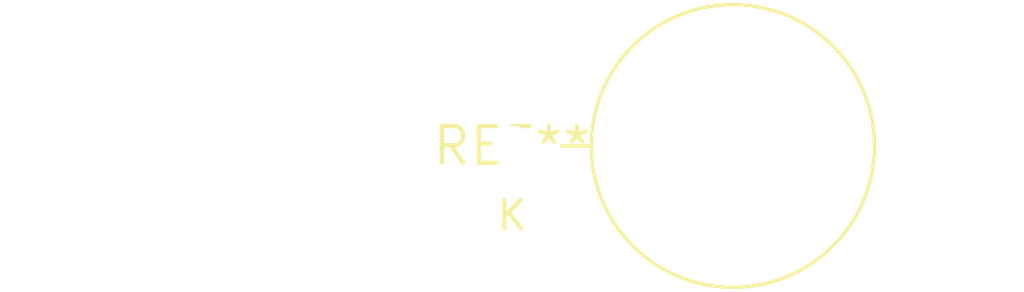
<source format=kicad_pcb>
(kicad_pcb (version 20240108) (generator pcbnew)
  (layers (0 "F.Cu" signal) (31 "B.Cu" signal) (34 "B.Paste" user) (35 "F.Paste" user) (36 "B.SilkS" user "B.Silkscreen") (37 "F.SilkS" user "F.Silkscreen") (38 "B.Mask" user) (39 "F.Mask" user) (44 "Edge.Cuts" user))
  (net 0 "")
  (footprint "D_5KP_P7.62mm_Vertical_KathodeUp" (layer "F.Cu") (at 0 0)
    (property "Reference" "REF**")
    (property "Value" "D_5KP_P7.62mm_Vertical_KathodeUp")
    (fp_line (start 2.735 0) (end 1.7 0) (layer "F.SilkS") (stroke (width 0.12)))
    (fp_circle (center 7.62 0) (end 12.505 0) (layer "F.SilkS") (stroke (width 0.12)) (fill none))
    (fp_text user "K" (at 0 2.4 0) (layer "F.SilkS"))
    (pad "1" thru_hole rect (at 0 0) (size 2.8 2.8) (drill 1.4) (layers *.Cu *.Mask) (remove_unused_layers))
    (pad "2" thru_hole oval (at 7.62 0) (size 2.8 2.8) (drill 1.4) (layers *.Cu *.Mask) (remove_unused_layers))
  )
)
</source>
